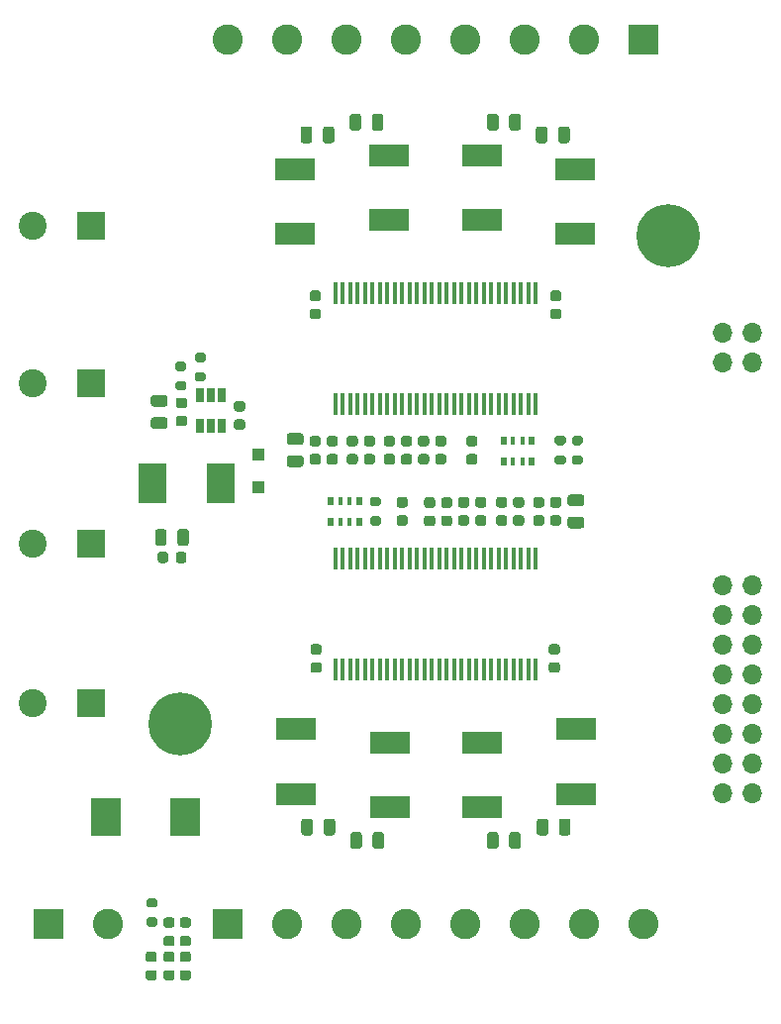
<source format=gbr>
%TF.GenerationSoftware,KiCad,Pcbnew,(5.1.9)-1*%
%TF.CreationDate,2021-06-18T12:17:45+07:00*%
%TF.ProjectId,TAS6424,54415336-3432-4342-9e6b-696361645f70,2*%
%TF.SameCoordinates,Original*%
%TF.FileFunction,Soldermask,Top*%
%TF.FilePolarity,Negative*%
%FSLAX46Y46*%
G04 Gerber Fmt 4.6, Leading zero omitted, Abs format (unit mm)*
G04 Created by KiCad (PCBNEW (5.1.9)-1) date 2021-06-18 12:17:45*
%MOMM*%
%LPD*%
G01*
G04 APERTURE LIST*
%ADD10O,1.700000X1.700000*%
%ADD11R,3.400001X1.850000*%
%ADD12R,2.400000X2.400000*%
%ADD13C,2.400000*%
%ADD14R,2.600000X2.600000*%
%ADD15C,2.600000*%
%ADD16R,0.500000X0.800000*%
%ADD17R,0.400000X0.800000*%
%ADD18R,0.400000X1.900000*%
%ADD19R,1.100000X1.100000*%
%ADD20R,2.413000X3.429000*%
%ADD21R,0.650000X1.220000*%
%ADD22R,2.500000X3.300000*%
%ADD23C,3.300000*%
%ADD24C,5.400000*%
G04 APERTURE END LIST*
D10*
%TO.C,D3*%
X126873000Y-83794600D03*
X129413000Y-83794600D03*
X126873000Y-86334600D03*
X129413000Y-86334600D03*
X126873000Y-105384600D03*
X129413000Y-105384600D03*
X126873000Y-107924600D03*
X129413000Y-107924600D03*
X126873000Y-110464600D03*
X129413000Y-110464600D03*
X126873000Y-113004600D03*
X129413000Y-113004600D03*
X126873000Y-115544600D03*
X129413000Y-115544600D03*
X126873000Y-118084600D03*
X129413000Y-118084600D03*
X126873000Y-120624600D03*
X129413000Y-120624600D03*
X126873000Y-123164600D03*
X129413000Y-123164600D03*
%TD*%
D11*
%TO.C,L13*%
X98361500Y-124377500D03*
X98361500Y-118827500D03*
%TD*%
%TO.C,L12*%
X106235500Y-124377500D03*
X106235500Y-118827500D03*
%TD*%
%TO.C,L11*%
X114300000Y-123234500D03*
X114300000Y-117684500D03*
%TD*%
D12*
%TO.C,C1*%
X72834500Y-115443000D03*
D13*
X67834500Y-115443000D03*
%TD*%
D12*
%TO.C,C2*%
X72834500Y-101854000D03*
D13*
X67834500Y-101854000D03*
%TD*%
D12*
%TO.C,C3*%
X72834500Y-88138000D03*
D13*
X67834500Y-88138000D03*
%TD*%
D12*
%TO.C,C4*%
X72834500Y-74676000D03*
D13*
X67834500Y-74676000D03*
%TD*%
%TO.C,C9*%
G36*
G01*
X102982500Y-95051000D02*
X102482500Y-95051000D01*
G75*
G02*
X102257500Y-94826000I0J225000D01*
G01*
X102257500Y-94376000D01*
G75*
G02*
X102482500Y-94151000I225000J0D01*
G01*
X102982500Y-94151000D01*
G75*
G02*
X103207500Y-94376000I0J-225000D01*
G01*
X103207500Y-94826000D01*
G75*
G02*
X102982500Y-95051000I-225000J0D01*
G01*
G37*
G36*
G01*
X102982500Y-93501000D02*
X102482500Y-93501000D01*
G75*
G02*
X102257500Y-93276000I0J225000D01*
G01*
X102257500Y-92826000D01*
G75*
G02*
X102482500Y-92601000I225000J0D01*
G01*
X102982500Y-92601000D01*
G75*
G02*
X103207500Y-92826000I0J-225000D01*
G01*
X103207500Y-93276000D01*
G75*
G02*
X102982500Y-93501000I-225000J0D01*
G01*
G37*
%TD*%
%TO.C,C12*%
G36*
G01*
X90761500Y-95276000D02*
X89811500Y-95276000D01*
G75*
G02*
X89561500Y-95026000I0J250000D01*
G01*
X89561500Y-94526000D01*
G75*
G02*
X89811500Y-94276000I250000J0D01*
G01*
X90761500Y-94276000D01*
G75*
G02*
X91011500Y-94526000I0J-250000D01*
G01*
X91011500Y-95026000D01*
G75*
G02*
X90761500Y-95276000I-250000J0D01*
G01*
G37*
G36*
G01*
X90761500Y-93376000D02*
X89811500Y-93376000D01*
G75*
G02*
X89561500Y-93126000I0J250000D01*
G01*
X89561500Y-92626000D01*
G75*
G02*
X89811500Y-92376000I250000J0D01*
G01*
X90761500Y-92376000D01*
G75*
G02*
X91011500Y-92626000I0J-250000D01*
G01*
X91011500Y-93126000D01*
G75*
G02*
X90761500Y-93376000I-250000J0D01*
G01*
G37*
%TD*%
%TO.C,C13*%
G36*
G01*
X91751000Y-92601000D02*
X92251000Y-92601000D01*
G75*
G02*
X92476000Y-92826000I0J-225000D01*
G01*
X92476000Y-93276000D01*
G75*
G02*
X92251000Y-93501000I-225000J0D01*
G01*
X91751000Y-93501000D01*
G75*
G02*
X91526000Y-93276000I0J225000D01*
G01*
X91526000Y-92826000D01*
G75*
G02*
X91751000Y-92601000I225000J0D01*
G01*
G37*
G36*
G01*
X91751000Y-94151000D02*
X92251000Y-94151000D01*
G75*
G02*
X92476000Y-94376000I0J-225000D01*
G01*
X92476000Y-94826000D01*
G75*
G02*
X92251000Y-95051000I-225000J0D01*
G01*
X91751000Y-95051000D01*
G75*
G02*
X91526000Y-94826000I0J225000D01*
G01*
X91526000Y-94376000D01*
G75*
G02*
X91751000Y-94151000I225000J0D01*
G01*
G37*
%TD*%
%TO.C,C14*%
G36*
G01*
X105649500Y-95051000D02*
X105149500Y-95051000D01*
G75*
G02*
X104924500Y-94826000I0J225000D01*
G01*
X104924500Y-94376000D01*
G75*
G02*
X105149500Y-94151000I225000J0D01*
G01*
X105649500Y-94151000D01*
G75*
G02*
X105874500Y-94376000I0J-225000D01*
G01*
X105874500Y-94826000D01*
G75*
G02*
X105649500Y-95051000I-225000J0D01*
G01*
G37*
G36*
G01*
X105649500Y-93501000D02*
X105149500Y-93501000D01*
G75*
G02*
X104924500Y-93276000I0J225000D01*
G01*
X104924500Y-92826000D01*
G75*
G02*
X105149500Y-92601000I225000J0D01*
G01*
X105649500Y-92601000D01*
G75*
G02*
X105874500Y-92826000I0J-225000D01*
G01*
X105874500Y-93276000D01*
G75*
G02*
X105649500Y-93501000I-225000J0D01*
G01*
G37*
%TD*%
%TO.C,C15*%
G36*
G01*
X93711500Y-95051000D02*
X93211500Y-95051000D01*
G75*
G02*
X92986500Y-94826000I0J225000D01*
G01*
X92986500Y-94376000D01*
G75*
G02*
X93211500Y-94151000I225000J0D01*
G01*
X93711500Y-94151000D01*
G75*
G02*
X93936500Y-94376000I0J-225000D01*
G01*
X93936500Y-94826000D01*
G75*
G02*
X93711500Y-95051000I-225000J0D01*
G01*
G37*
G36*
G01*
X93711500Y-93501000D02*
X93211500Y-93501000D01*
G75*
G02*
X92986500Y-93276000I0J225000D01*
G01*
X92986500Y-92826000D01*
G75*
G02*
X93211500Y-92601000I225000J0D01*
G01*
X93711500Y-92601000D01*
G75*
G02*
X93936500Y-92826000I0J-225000D01*
G01*
X93936500Y-93276000D01*
G75*
G02*
X93711500Y-93501000I-225000J0D01*
G01*
G37*
%TD*%
%TO.C,C16*%
G36*
G01*
X94926000Y-92601000D02*
X95426000Y-92601000D01*
G75*
G02*
X95651000Y-92826000I0J-225000D01*
G01*
X95651000Y-93276000D01*
G75*
G02*
X95426000Y-93501000I-225000J0D01*
G01*
X94926000Y-93501000D01*
G75*
G02*
X94701000Y-93276000I0J225000D01*
G01*
X94701000Y-92826000D01*
G75*
G02*
X94926000Y-92601000I225000J0D01*
G01*
G37*
G36*
G01*
X94926000Y-94151000D02*
X95426000Y-94151000D01*
G75*
G02*
X95651000Y-94376000I0J-225000D01*
G01*
X95651000Y-94826000D01*
G75*
G02*
X95426000Y-95051000I-225000J0D01*
G01*
X94926000Y-95051000D01*
G75*
G02*
X94701000Y-94826000I0J225000D01*
G01*
X94701000Y-94376000D01*
G75*
G02*
X94926000Y-94151000I225000J0D01*
G01*
G37*
%TD*%
%TO.C,C17*%
G36*
G01*
X96386500Y-92601000D02*
X96886500Y-92601000D01*
G75*
G02*
X97111500Y-92826000I0J-225000D01*
G01*
X97111500Y-93276000D01*
G75*
G02*
X96886500Y-93501000I-225000J0D01*
G01*
X96386500Y-93501000D01*
G75*
G02*
X96161500Y-93276000I0J225000D01*
G01*
X96161500Y-92826000D01*
G75*
G02*
X96386500Y-92601000I225000J0D01*
G01*
G37*
G36*
G01*
X96386500Y-94151000D02*
X96886500Y-94151000D01*
G75*
G02*
X97111500Y-94376000I0J-225000D01*
G01*
X97111500Y-94826000D01*
G75*
G02*
X96886500Y-95051000I-225000J0D01*
G01*
X96386500Y-95051000D01*
G75*
G02*
X96161500Y-94826000I0J225000D01*
G01*
X96161500Y-94376000D01*
G75*
G02*
X96386500Y-94151000I225000J0D01*
G01*
G37*
%TD*%
%TO.C,C18*%
G36*
G01*
X98101000Y-92601000D02*
X98601000Y-92601000D01*
G75*
G02*
X98826000Y-92826000I0J-225000D01*
G01*
X98826000Y-93276000D01*
G75*
G02*
X98601000Y-93501000I-225000J0D01*
G01*
X98101000Y-93501000D01*
G75*
G02*
X97876000Y-93276000I0J225000D01*
G01*
X97876000Y-92826000D01*
G75*
G02*
X98101000Y-92601000I225000J0D01*
G01*
G37*
G36*
G01*
X98101000Y-94151000D02*
X98601000Y-94151000D01*
G75*
G02*
X98826000Y-94376000I0J-225000D01*
G01*
X98826000Y-94826000D01*
G75*
G02*
X98601000Y-95051000I-225000J0D01*
G01*
X98101000Y-95051000D01*
G75*
G02*
X97876000Y-94826000I0J225000D01*
G01*
X97876000Y-94376000D01*
G75*
G02*
X98101000Y-94151000I225000J0D01*
G01*
G37*
%TD*%
%TO.C,C19*%
G36*
G01*
X99561500Y-92601000D02*
X100061500Y-92601000D01*
G75*
G02*
X100286500Y-92826000I0J-225000D01*
G01*
X100286500Y-93276000D01*
G75*
G02*
X100061500Y-93501000I-225000J0D01*
G01*
X99561500Y-93501000D01*
G75*
G02*
X99336500Y-93276000I0J225000D01*
G01*
X99336500Y-92826000D01*
G75*
G02*
X99561500Y-92601000I225000J0D01*
G01*
G37*
G36*
G01*
X99561500Y-94151000D02*
X100061500Y-94151000D01*
G75*
G02*
X100286500Y-94376000I0J-225000D01*
G01*
X100286500Y-94826000D01*
G75*
G02*
X100061500Y-95051000I-225000J0D01*
G01*
X99561500Y-95051000D01*
G75*
G02*
X99336500Y-94826000I0J225000D01*
G01*
X99336500Y-94376000D01*
G75*
G02*
X99561500Y-94151000I225000J0D01*
G01*
G37*
%TD*%
%TO.C,C20*%
G36*
G01*
X101022000Y-92601000D02*
X101522000Y-92601000D01*
G75*
G02*
X101747000Y-92826000I0J-225000D01*
G01*
X101747000Y-93276000D01*
G75*
G02*
X101522000Y-93501000I-225000J0D01*
G01*
X101022000Y-93501000D01*
G75*
G02*
X100797000Y-93276000I0J225000D01*
G01*
X100797000Y-92826000D01*
G75*
G02*
X101022000Y-92601000I225000J0D01*
G01*
G37*
G36*
G01*
X101022000Y-94151000D02*
X101522000Y-94151000D01*
G75*
G02*
X101747000Y-94376000I0J-225000D01*
G01*
X101747000Y-94826000D01*
G75*
G02*
X101522000Y-95051000I-225000J0D01*
G01*
X101022000Y-95051000D01*
G75*
G02*
X100797000Y-94826000I0J225000D01*
G01*
X100797000Y-94376000D01*
G75*
G02*
X101022000Y-94151000I225000J0D01*
G01*
G37*
%TD*%
%TO.C,C32*%
G36*
G01*
X91761500Y-80182000D02*
X92261500Y-80182000D01*
G75*
G02*
X92486500Y-80407000I0J-225000D01*
G01*
X92486500Y-80857000D01*
G75*
G02*
X92261500Y-81082000I-225000J0D01*
G01*
X91761500Y-81082000D01*
G75*
G02*
X91536500Y-80857000I0J225000D01*
G01*
X91536500Y-80407000D01*
G75*
G02*
X91761500Y-80182000I225000J0D01*
G01*
G37*
G36*
G01*
X91761500Y-81732000D02*
X92261500Y-81732000D01*
G75*
G02*
X92486500Y-81957000I0J-225000D01*
G01*
X92486500Y-82407000D01*
G75*
G02*
X92261500Y-82632000I-225000J0D01*
G01*
X91761500Y-82632000D01*
G75*
G02*
X91536500Y-82407000I0J225000D01*
G01*
X91536500Y-81957000D01*
G75*
G02*
X91761500Y-81732000I225000J0D01*
G01*
G37*
%TD*%
%TO.C,C34*%
G36*
G01*
X112335500Y-80182000D02*
X112835500Y-80182000D01*
G75*
G02*
X113060500Y-80407000I0J-225000D01*
G01*
X113060500Y-80857000D01*
G75*
G02*
X112835500Y-81082000I-225000J0D01*
G01*
X112335500Y-81082000D01*
G75*
G02*
X112110500Y-80857000I0J225000D01*
G01*
X112110500Y-80407000D01*
G75*
G02*
X112335500Y-80182000I225000J0D01*
G01*
G37*
G36*
G01*
X112335500Y-81732000D02*
X112835500Y-81732000D01*
G75*
G02*
X113060500Y-81957000I0J-225000D01*
G01*
X113060500Y-82407000D01*
G75*
G02*
X112835500Y-82632000I-225000J0D01*
G01*
X112335500Y-82632000D01*
G75*
G02*
X112110500Y-82407000I0J225000D01*
G01*
X112110500Y-81957000D01*
G75*
G02*
X112335500Y-81732000I225000J0D01*
G01*
G37*
%TD*%
%TO.C,C41*%
G36*
G01*
X90752000Y-67340500D02*
X90752000Y-66390500D01*
G75*
G02*
X91002000Y-66140500I250000J0D01*
G01*
X91502000Y-66140500D01*
G75*
G02*
X91752000Y-66390500I0J-250000D01*
G01*
X91752000Y-67340500D01*
G75*
G02*
X91502000Y-67590500I-250000J0D01*
G01*
X91002000Y-67590500D01*
G75*
G02*
X90752000Y-67340500I0J250000D01*
G01*
G37*
G36*
G01*
X92652000Y-67340500D02*
X92652000Y-66390500D01*
G75*
G02*
X92902000Y-66140500I250000J0D01*
G01*
X93402000Y-66140500D01*
G75*
G02*
X93652000Y-66390500I0J-250000D01*
G01*
X93652000Y-67340500D01*
G75*
G02*
X93402000Y-67590500I-250000J0D01*
G01*
X92902000Y-67590500D01*
G75*
G02*
X92652000Y-67340500I0J250000D01*
G01*
G37*
%TD*%
%TO.C,C42*%
G36*
G01*
X94943000Y-66261000D02*
X94943000Y-65311000D01*
G75*
G02*
X95193000Y-65061000I250000J0D01*
G01*
X95693000Y-65061000D01*
G75*
G02*
X95943000Y-65311000I0J-250000D01*
G01*
X95943000Y-66261000D01*
G75*
G02*
X95693000Y-66511000I-250000J0D01*
G01*
X95193000Y-66511000D01*
G75*
G02*
X94943000Y-66261000I0J250000D01*
G01*
G37*
G36*
G01*
X96843000Y-66261000D02*
X96843000Y-65311000D01*
G75*
G02*
X97093000Y-65061000I250000J0D01*
G01*
X97593000Y-65061000D01*
G75*
G02*
X97843000Y-65311000I0J-250000D01*
G01*
X97843000Y-66261000D01*
G75*
G02*
X97593000Y-66511000I-250000J0D01*
G01*
X97093000Y-66511000D01*
G75*
G02*
X96843000Y-66261000I0J250000D01*
G01*
G37*
%TD*%
%TO.C,C43*%
G36*
G01*
X106690500Y-66261000D02*
X106690500Y-65311000D01*
G75*
G02*
X106940500Y-65061000I250000J0D01*
G01*
X107440500Y-65061000D01*
G75*
G02*
X107690500Y-65311000I0J-250000D01*
G01*
X107690500Y-66261000D01*
G75*
G02*
X107440500Y-66511000I-250000J0D01*
G01*
X106940500Y-66511000D01*
G75*
G02*
X106690500Y-66261000I0J250000D01*
G01*
G37*
G36*
G01*
X108590500Y-66261000D02*
X108590500Y-65311000D01*
G75*
G02*
X108840500Y-65061000I250000J0D01*
G01*
X109340500Y-65061000D01*
G75*
G02*
X109590500Y-65311000I0J-250000D01*
G01*
X109590500Y-66261000D01*
G75*
G02*
X109340500Y-66511000I-250000J0D01*
G01*
X108840500Y-66511000D01*
G75*
G02*
X108590500Y-66261000I0J250000D01*
G01*
G37*
%TD*%
%TO.C,C44*%
G36*
G01*
X110881500Y-67340500D02*
X110881500Y-66390500D01*
G75*
G02*
X111131500Y-66140500I250000J0D01*
G01*
X111631500Y-66140500D01*
G75*
G02*
X111881500Y-66390500I0J-250000D01*
G01*
X111881500Y-67340500D01*
G75*
G02*
X111631500Y-67590500I-250000J0D01*
G01*
X111131500Y-67590500D01*
G75*
G02*
X110881500Y-67340500I0J250000D01*
G01*
G37*
G36*
G01*
X112781500Y-67340500D02*
X112781500Y-66390500D01*
G75*
G02*
X113031500Y-66140500I250000J0D01*
G01*
X113531500Y-66140500D01*
G75*
G02*
X113781500Y-66390500I0J-250000D01*
G01*
X113781500Y-67340500D01*
G75*
G02*
X113531500Y-67590500I-250000J0D01*
G01*
X113031500Y-67590500D01*
G75*
G02*
X112781500Y-67340500I0J250000D01*
G01*
G37*
%TD*%
%TO.C,C55*%
G36*
G01*
X101540500Y-97860400D02*
X102040500Y-97860400D01*
G75*
G02*
X102265500Y-98085400I0J-225000D01*
G01*
X102265500Y-98535400D01*
G75*
G02*
X102040500Y-98760400I-225000J0D01*
G01*
X101540500Y-98760400D01*
G75*
G02*
X101315500Y-98535400I0J225000D01*
G01*
X101315500Y-98085400D01*
G75*
G02*
X101540500Y-97860400I225000J0D01*
G01*
G37*
G36*
G01*
X101540500Y-99410400D02*
X102040500Y-99410400D01*
G75*
G02*
X102265500Y-99635400I0J-225000D01*
G01*
X102265500Y-100085400D01*
G75*
G02*
X102040500Y-100310400I-225000J0D01*
G01*
X101540500Y-100310400D01*
G75*
G02*
X101315500Y-100085400I0J225000D01*
G01*
X101315500Y-99635400D01*
G75*
G02*
X101540500Y-99410400I225000J0D01*
G01*
G37*
%TD*%
%TO.C,C56*%
G36*
G01*
X113825000Y-97610000D02*
X114775000Y-97610000D01*
G75*
G02*
X115025000Y-97860000I0J-250000D01*
G01*
X115025000Y-98360000D01*
G75*
G02*
X114775000Y-98610000I-250000J0D01*
G01*
X113825000Y-98610000D01*
G75*
G02*
X113575000Y-98360000I0J250000D01*
G01*
X113575000Y-97860000D01*
G75*
G02*
X113825000Y-97610000I250000J0D01*
G01*
G37*
G36*
G01*
X113825000Y-99510000D02*
X114775000Y-99510000D01*
G75*
G02*
X115025000Y-99760000I0J-250000D01*
G01*
X115025000Y-100260000D01*
G75*
G02*
X114775000Y-100510000I-250000J0D01*
G01*
X113825000Y-100510000D01*
G75*
G02*
X113575000Y-100260000I0J250000D01*
G01*
X113575000Y-99760000D01*
G75*
G02*
X113825000Y-99510000I250000J0D01*
G01*
G37*
%TD*%
%TO.C,C57*%
G36*
G01*
X111364500Y-100285000D02*
X110864500Y-100285000D01*
G75*
G02*
X110639500Y-100060000I0J225000D01*
G01*
X110639500Y-99610000D01*
G75*
G02*
X110864500Y-99385000I225000J0D01*
G01*
X111364500Y-99385000D01*
G75*
G02*
X111589500Y-99610000I0J-225000D01*
G01*
X111589500Y-100060000D01*
G75*
G02*
X111364500Y-100285000I-225000J0D01*
G01*
G37*
G36*
G01*
X111364500Y-98735000D02*
X110864500Y-98735000D01*
G75*
G02*
X110639500Y-98510000I0J225000D01*
G01*
X110639500Y-98060000D01*
G75*
G02*
X110864500Y-97835000I225000J0D01*
G01*
X111364500Y-97835000D01*
G75*
G02*
X111589500Y-98060000I0J-225000D01*
G01*
X111589500Y-98510000D01*
G75*
G02*
X111364500Y-98735000I-225000J0D01*
G01*
G37*
%TD*%
%TO.C,C58*%
G36*
G01*
X99191000Y-97835000D02*
X99691000Y-97835000D01*
G75*
G02*
X99916000Y-98060000I0J-225000D01*
G01*
X99916000Y-98510000D01*
G75*
G02*
X99691000Y-98735000I-225000J0D01*
G01*
X99191000Y-98735000D01*
G75*
G02*
X98966000Y-98510000I0J225000D01*
G01*
X98966000Y-98060000D01*
G75*
G02*
X99191000Y-97835000I225000J0D01*
G01*
G37*
G36*
G01*
X99191000Y-99385000D02*
X99691000Y-99385000D01*
G75*
G02*
X99916000Y-99610000I0J-225000D01*
G01*
X99916000Y-100060000D01*
G75*
G02*
X99691000Y-100285000I-225000J0D01*
G01*
X99191000Y-100285000D01*
G75*
G02*
X98966000Y-100060000I0J225000D01*
G01*
X98966000Y-99610000D01*
G75*
G02*
X99191000Y-99385000I225000J0D01*
G01*
G37*
%TD*%
%TO.C,C59*%
G36*
G01*
X112325000Y-97835000D02*
X112825000Y-97835000D01*
G75*
G02*
X113050000Y-98060000I0J-225000D01*
G01*
X113050000Y-98510000D01*
G75*
G02*
X112825000Y-98735000I-225000J0D01*
G01*
X112325000Y-98735000D01*
G75*
G02*
X112100000Y-98510000I0J225000D01*
G01*
X112100000Y-98060000D01*
G75*
G02*
X112325000Y-97835000I225000J0D01*
G01*
G37*
G36*
G01*
X112325000Y-99385000D02*
X112825000Y-99385000D01*
G75*
G02*
X113050000Y-99610000I0J-225000D01*
G01*
X113050000Y-100060000D01*
G75*
G02*
X112825000Y-100285000I-225000J0D01*
G01*
X112325000Y-100285000D01*
G75*
G02*
X112100000Y-100060000I0J225000D01*
G01*
X112100000Y-99610000D01*
G75*
G02*
X112325000Y-99385000I225000J0D01*
G01*
G37*
%TD*%
%TO.C,C60*%
G36*
G01*
X109650000Y-100285000D02*
X109150000Y-100285000D01*
G75*
G02*
X108925000Y-100060000I0J225000D01*
G01*
X108925000Y-99610000D01*
G75*
G02*
X109150000Y-99385000I225000J0D01*
G01*
X109650000Y-99385000D01*
G75*
G02*
X109875000Y-99610000I0J-225000D01*
G01*
X109875000Y-100060000D01*
G75*
G02*
X109650000Y-100285000I-225000J0D01*
G01*
G37*
G36*
G01*
X109650000Y-98735000D02*
X109150000Y-98735000D01*
G75*
G02*
X108925000Y-98510000I0J225000D01*
G01*
X108925000Y-98060000D01*
G75*
G02*
X109150000Y-97835000I225000J0D01*
G01*
X109650000Y-97835000D01*
G75*
G02*
X109875000Y-98060000I0J-225000D01*
G01*
X109875000Y-98510000D01*
G75*
G02*
X109650000Y-98735000I-225000J0D01*
G01*
G37*
%TD*%
%TO.C,C61*%
G36*
G01*
X108200000Y-100285000D02*
X107700000Y-100285000D01*
G75*
G02*
X107475000Y-100060000I0J225000D01*
G01*
X107475000Y-99610000D01*
G75*
G02*
X107700000Y-99385000I225000J0D01*
G01*
X108200000Y-99385000D01*
G75*
G02*
X108425000Y-99610000I0J-225000D01*
G01*
X108425000Y-100060000D01*
G75*
G02*
X108200000Y-100285000I-225000J0D01*
G01*
G37*
G36*
G01*
X108200000Y-98735000D02*
X107700000Y-98735000D01*
G75*
G02*
X107475000Y-98510000I0J225000D01*
G01*
X107475000Y-98060000D01*
G75*
G02*
X107700000Y-97835000I225000J0D01*
G01*
X108200000Y-97835000D01*
G75*
G02*
X108425000Y-98060000I0J-225000D01*
G01*
X108425000Y-98510000D01*
G75*
G02*
X108200000Y-98735000I-225000J0D01*
G01*
G37*
%TD*%
%TO.C,C62*%
G36*
G01*
X106422000Y-100285000D02*
X105922000Y-100285000D01*
G75*
G02*
X105697000Y-100060000I0J225000D01*
G01*
X105697000Y-99610000D01*
G75*
G02*
X105922000Y-99385000I225000J0D01*
G01*
X106422000Y-99385000D01*
G75*
G02*
X106647000Y-99610000I0J-225000D01*
G01*
X106647000Y-100060000D01*
G75*
G02*
X106422000Y-100285000I-225000J0D01*
G01*
G37*
G36*
G01*
X106422000Y-98735000D02*
X105922000Y-98735000D01*
G75*
G02*
X105697000Y-98510000I0J225000D01*
G01*
X105697000Y-98060000D01*
G75*
G02*
X105922000Y-97835000I225000J0D01*
G01*
X106422000Y-97835000D01*
G75*
G02*
X106647000Y-98060000I0J-225000D01*
G01*
X106647000Y-98510000D01*
G75*
G02*
X106422000Y-98735000I-225000J0D01*
G01*
G37*
%TD*%
%TO.C,C63*%
G36*
G01*
X104951000Y-100285000D02*
X104451000Y-100285000D01*
G75*
G02*
X104226000Y-100060000I0J225000D01*
G01*
X104226000Y-99610000D01*
G75*
G02*
X104451000Y-99385000I225000J0D01*
G01*
X104951000Y-99385000D01*
G75*
G02*
X105176000Y-99610000I0J-225000D01*
G01*
X105176000Y-100060000D01*
G75*
G02*
X104951000Y-100285000I-225000J0D01*
G01*
G37*
G36*
G01*
X104951000Y-98735000D02*
X104451000Y-98735000D01*
G75*
G02*
X104226000Y-98510000I0J225000D01*
G01*
X104226000Y-98060000D01*
G75*
G02*
X104451000Y-97835000I225000J0D01*
G01*
X104951000Y-97835000D01*
G75*
G02*
X105176000Y-98060000I0J-225000D01*
G01*
X105176000Y-98510000D01*
G75*
G02*
X104951000Y-98735000I-225000J0D01*
G01*
G37*
%TD*%
%TO.C,C64*%
G36*
G01*
X103490500Y-100310400D02*
X102990500Y-100310400D01*
G75*
G02*
X102765500Y-100085400I0J225000D01*
G01*
X102765500Y-99635400D01*
G75*
G02*
X102990500Y-99410400I225000J0D01*
G01*
X103490500Y-99410400D01*
G75*
G02*
X103715500Y-99635400I0J-225000D01*
G01*
X103715500Y-100085400D01*
G75*
G02*
X103490500Y-100310400I-225000J0D01*
G01*
G37*
G36*
G01*
X103490500Y-98760400D02*
X102990500Y-98760400D01*
G75*
G02*
X102765500Y-98535400I0J225000D01*
G01*
X102765500Y-98085400D01*
G75*
G02*
X102990500Y-97860400I225000J0D01*
G01*
X103490500Y-97860400D01*
G75*
G02*
X103715500Y-98085400I0J-225000D01*
G01*
X103715500Y-98535400D01*
G75*
G02*
X103490500Y-98760400I-225000J0D01*
G01*
G37*
%TD*%
%TO.C,C73*%
G36*
G01*
X112708500Y-112858000D02*
X112208500Y-112858000D01*
G75*
G02*
X111983500Y-112633000I0J225000D01*
G01*
X111983500Y-112183000D01*
G75*
G02*
X112208500Y-111958000I225000J0D01*
G01*
X112708500Y-111958000D01*
G75*
G02*
X112933500Y-112183000I0J-225000D01*
G01*
X112933500Y-112633000D01*
G75*
G02*
X112708500Y-112858000I-225000J0D01*
G01*
G37*
G36*
G01*
X112708500Y-111308000D02*
X112208500Y-111308000D01*
G75*
G02*
X111983500Y-111083000I0J225000D01*
G01*
X111983500Y-110633000D01*
G75*
G02*
X112208500Y-110408000I225000J0D01*
G01*
X112708500Y-110408000D01*
G75*
G02*
X112933500Y-110633000I0J-225000D01*
G01*
X112933500Y-111083000D01*
G75*
G02*
X112708500Y-111308000I-225000J0D01*
G01*
G37*
%TD*%
%TO.C,C75*%
G36*
G01*
X92325000Y-112858000D02*
X91825000Y-112858000D01*
G75*
G02*
X91600000Y-112633000I0J225000D01*
G01*
X91600000Y-112183000D01*
G75*
G02*
X91825000Y-111958000I225000J0D01*
G01*
X92325000Y-111958000D01*
G75*
G02*
X92550000Y-112183000I0J-225000D01*
G01*
X92550000Y-112633000D01*
G75*
G02*
X92325000Y-112858000I-225000J0D01*
G01*
G37*
G36*
G01*
X92325000Y-111308000D02*
X91825000Y-111308000D01*
G75*
G02*
X91600000Y-111083000I0J225000D01*
G01*
X91600000Y-110633000D01*
G75*
G02*
X91825000Y-110408000I225000J0D01*
G01*
X92325000Y-110408000D01*
G75*
G02*
X92550000Y-110633000I0J-225000D01*
G01*
X92550000Y-111083000D01*
G75*
G02*
X92325000Y-111308000I-225000J0D01*
G01*
G37*
%TD*%
%TO.C,C81*%
G36*
G01*
X113845000Y-125572500D02*
X113845000Y-126522500D01*
G75*
G02*
X113595000Y-126772500I-250000J0D01*
G01*
X113095000Y-126772500D01*
G75*
G02*
X112845000Y-126522500I0J250000D01*
G01*
X112845000Y-125572500D01*
G75*
G02*
X113095000Y-125322500I250000J0D01*
G01*
X113595000Y-125322500D01*
G75*
G02*
X113845000Y-125572500I0J-250000D01*
G01*
G37*
G36*
G01*
X111945000Y-125572500D02*
X111945000Y-126522500D01*
G75*
G02*
X111695000Y-126772500I-250000J0D01*
G01*
X111195000Y-126772500D01*
G75*
G02*
X110945000Y-126522500I0J250000D01*
G01*
X110945000Y-125572500D01*
G75*
G02*
X111195000Y-125322500I250000J0D01*
G01*
X111695000Y-125322500D01*
G75*
G02*
X111945000Y-125572500I0J-250000D01*
G01*
G37*
%TD*%
%TO.C,C82*%
G36*
G01*
X109590500Y-126715500D02*
X109590500Y-127665500D01*
G75*
G02*
X109340500Y-127915500I-250000J0D01*
G01*
X108840500Y-127915500D01*
G75*
G02*
X108590500Y-127665500I0J250000D01*
G01*
X108590500Y-126715500D01*
G75*
G02*
X108840500Y-126465500I250000J0D01*
G01*
X109340500Y-126465500D01*
G75*
G02*
X109590500Y-126715500I0J-250000D01*
G01*
G37*
G36*
G01*
X107690500Y-126715500D02*
X107690500Y-127665500D01*
G75*
G02*
X107440500Y-127915500I-250000J0D01*
G01*
X106940500Y-127915500D01*
G75*
G02*
X106690500Y-127665500I0J250000D01*
G01*
X106690500Y-126715500D01*
G75*
G02*
X106940500Y-126465500I250000J0D01*
G01*
X107440500Y-126465500D01*
G75*
G02*
X107690500Y-126715500I0J-250000D01*
G01*
G37*
%TD*%
%TO.C,C83*%
G36*
G01*
X97906500Y-126715500D02*
X97906500Y-127665500D01*
G75*
G02*
X97656500Y-127915500I-250000J0D01*
G01*
X97156500Y-127915500D01*
G75*
G02*
X96906500Y-127665500I0J250000D01*
G01*
X96906500Y-126715500D01*
G75*
G02*
X97156500Y-126465500I250000J0D01*
G01*
X97656500Y-126465500D01*
G75*
G02*
X97906500Y-126715500I0J-250000D01*
G01*
G37*
G36*
G01*
X96006500Y-126715500D02*
X96006500Y-127665500D01*
G75*
G02*
X95756500Y-127915500I-250000J0D01*
G01*
X95256500Y-127915500D01*
G75*
G02*
X95006500Y-127665500I0J250000D01*
G01*
X95006500Y-126715500D01*
G75*
G02*
X95256500Y-126465500I250000J0D01*
G01*
X95756500Y-126465500D01*
G75*
G02*
X96006500Y-126715500I0J-250000D01*
G01*
G37*
%TD*%
%TO.C,C84*%
G36*
G01*
X93715500Y-125572500D02*
X93715500Y-126522500D01*
G75*
G02*
X93465500Y-126772500I-250000J0D01*
G01*
X92965500Y-126772500D01*
G75*
G02*
X92715500Y-126522500I0J250000D01*
G01*
X92715500Y-125572500D01*
G75*
G02*
X92965500Y-125322500I250000J0D01*
G01*
X93465500Y-125322500D01*
G75*
G02*
X93715500Y-125572500I0J-250000D01*
G01*
G37*
G36*
G01*
X91815500Y-125572500D02*
X91815500Y-126522500D01*
G75*
G02*
X91565500Y-126772500I-250000J0D01*
G01*
X91065500Y-126772500D01*
G75*
G02*
X90815500Y-126522500I0J250000D01*
G01*
X90815500Y-125572500D01*
G75*
G02*
X91065500Y-125322500I250000J0D01*
G01*
X91565500Y-125322500D01*
G75*
G02*
X91815500Y-125572500I0J-250000D01*
G01*
G37*
%TD*%
%TO.C,D1*%
G36*
G01*
X79245750Y-136697000D02*
X79758250Y-136697000D01*
G75*
G02*
X79977000Y-136915750I0J-218750D01*
G01*
X79977000Y-137353250D01*
G75*
G02*
X79758250Y-137572000I-218750J0D01*
G01*
X79245750Y-137572000D01*
G75*
G02*
X79027000Y-137353250I0J218750D01*
G01*
X79027000Y-136915750D01*
G75*
G02*
X79245750Y-136697000I218750J0D01*
G01*
G37*
G36*
G01*
X79245750Y-138272000D02*
X79758250Y-138272000D01*
G75*
G02*
X79977000Y-138490750I0J-218750D01*
G01*
X79977000Y-138928250D01*
G75*
G02*
X79758250Y-139147000I-218750J0D01*
G01*
X79245750Y-139147000D01*
G75*
G02*
X79027000Y-138928250I0J218750D01*
G01*
X79027000Y-138490750D01*
G75*
G02*
X79245750Y-138272000I218750J0D01*
G01*
G37*
%TD*%
%TO.C,D2*%
G36*
G01*
X79245750Y-133776000D02*
X79758250Y-133776000D01*
G75*
G02*
X79977000Y-133994750I0J-218750D01*
G01*
X79977000Y-134432250D01*
G75*
G02*
X79758250Y-134651000I-218750J0D01*
G01*
X79245750Y-134651000D01*
G75*
G02*
X79027000Y-134432250I0J218750D01*
G01*
X79027000Y-133994750D01*
G75*
G02*
X79245750Y-133776000I218750J0D01*
G01*
G37*
G36*
G01*
X79245750Y-135351000D02*
X79758250Y-135351000D01*
G75*
G02*
X79977000Y-135569750I0J-218750D01*
G01*
X79977000Y-136007250D01*
G75*
G02*
X79758250Y-136226000I-218750J0D01*
G01*
X79245750Y-136226000D01*
G75*
G02*
X79027000Y-136007250I0J218750D01*
G01*
X79027000Y-135569750D01*
G75*
G02*
X79245750Y-135351000I218750J0D01*
G01*
G37*
%TD*%
%TO.C,D4*%
G36*
G01*
X80642750Y-136697000D02*
X81155250Y-136697000D01*
G75*
G02*
X81374000Y-136915750I0J-218750D01*
G01*
X81374000Y-137353250D01*
G75*
G02*
X81155250Y-137572000I-218750J0D01*
G01*
X80642750Y-137572000D01*
G75*
G02*
X80424000Y-137353250I0J218750D01*
G01*
X80424000Y-136915750D01*
G75*
G02*
X80642750Y-136697000I218750J0D01*
G01*
G37*
G36*
G01*
X80642750Y-138272000D02*
X81155250Y-138272000D01*
G75*
G02*
X81374000Y-138490750I0J-218750D01*
G01*
X81374000Y-138928250D01*
G75*
G02*
X81155250Y-139147000I-218750J0D01*
G01*
X80642750Y-139147000D01*
G75*
G02*
X80424000Y-138928250I0J218750D01*
G01*
X80424000Y-138490750D01*
G75*
G02*
X80642750Y-138272000I218750J0D01*
G01*
G37*
%TD*%
%TO.C,D5*%
G36*
G01*
X80642750Y-133776000D02*
X81155250Y-133776000D01*
G75*
G02*
X81374000Y-133994750I0J-218750D01*
G01*
X81374000Y-134432250D01*
G75*
G02*
X81155250Y-134651000I-218750J0D01*
G01*
X80642750Y-134651000D01*
G75*
G02*
X80424000Y-134432250I0J218750D01*
G01*
X80424000Y-133994750D01*
G75*
G02*
X80642750Y-133776000I218750J0D01*
G01*
G37*
G36*
G01*
X80642750Y-135351000D02*
X81155250Y-135351000D01*
G75*
G02*
X81374000Y-135569750I0J-218750D01*
G01*
X81374000Y-136007250D01*
G75*
G02*
X81155250Y-136226000I-218750J0D01*
G01*
X80642750Y-136226000D01*
G75*
G02*
X80424000Y-136007250I0J218750D01*
G01*
X80424000Y-135569750D01*
G75*
G02*
X80642750Y-135351000I218750J0D01*
G01*
G37*
%TD*%
D14*
%TO.C,J3*%
X120100000Y-58700000D03*
D15*
X115020000Y-58700000D03*
X109940000Y-58700000D03*
X104860000Y-58700000D03*
X99780000Y-58700000D03*
X94700000Y-58700000D03*
X89620000Y-58700000D03*
X84540000Y-58700000D03*
%TD*%
D14*
%TO.C,J4*%
X84500000Y-134300000D03*
D15*
X89580000Y-134300000D03*
X94660000Y-134300000D03*
X99740000Y-134300000D03*
X104820000Y-134300000D03*
X109900000Y-134300000D03*
X114980000Y-134300000D03*
X120060000Y-134300000D03*
%TD*%
%TO.C,R4*%
G36*
G01*
X113231000Y-95051000D02*
X112681000Y-95051000D01*
G75*
G02*
X112481000Y-94851000I0J200000D01*
G01*
X112481000Y-94451000D01*
G75*
G02*
X112681000Y-94251000I200000J0D01*
G01*
X113231000Y-94251000D01*
G75*
G02*
X113431000Y-94451000I0J-200000D01*
G01*
X113431000Y-94851000D01*
G75*
G02*
X113231000Y-95051000I-200000J0D01*
G01*
G37*
G36*
G01*
X113231000Y-93401000D02*
X112681000Y-93401000D01*
G75*
G02*
X112481000Y-93201000I0J200000D01*
G01*
X112481000Y-92801000D01*
G75*
G02*
X112681000Y-92601000I200000J0D01*
G01*
X113231000Y-92601000D01*
G75*
G02*
X113431000Y-92801000I0J-200000D01*
G01*
X113431000Y-93201000D01*
G75*
G02*
X113231000Y-93401000I-200000J0D01*
G01*
G37*
%TD*%
%TO.C,R5*%
G36*
G01*
X114691500Y-95051000D02*
X114141500Y-95051000D01*
G75*
G02*
X113941500Y-94851000I0J200000D01*
G01*
X113941500Y-94451000D01*
G75*
G02*
X114141500Y-94251000I200000J0D01*
G01*
X114691500Y-94251000D01*
G75*
G02*
X114891500Y-94451000I0J-200000D01*
G01*
X114891500Y-94851000D01*
G75*
G02*
X114691500Y-95051000I-200000J0D01*
G01*
G37*
G36*
G01*
X114691500Y-93401000D02*
X114141500Y-93401000D01*
G75*
G02*
X113941500Y-93201000I0J200000D01*
G01*
X113941500Y-92801000D01*
G75*
G02*
X114141500Y-92601000I200000J0D01*
G01*
X114691500Y-92601000D01*
G75*
G02*
X114891500Y-92801000I0J-200000D01*
G01*
X114891500Y-93201000D01*
G75*
G02*
X114691500Y-93401000I-200000J0D01*
G01*
G37*
%TD*%
D16*
%TO.C,RN1*%
X108136500Y-94789500D03*
D17*
X109736500Y-94789500D03*
X108936500Y-94789500D03*
D16*
X110536500Y-94789500D03*
D17*
X108936500Y-92989500D03*
D16*
X108136500Y-92989500D03*
D17*
X109736500Y-92989500D03*
D16*
X110536500Y-92989500D03*
%TD*%
%TO.C,RN2*%
X95751500Y-98160000D03*
D17*
X94151500Y-98160000D03*
X94951500Y-98160000D03*
D16*
X93351500Y-98160000D03*
D17*
X94951500Y-99960000D03*
D16*
X95751500Y-99960000D03*
D17*
X94151500Y-99960000D03*
D16*
X93351500Y-99960000D03*
%TD*%
D18*
%TO.C,U1*%
X110860500Y-89876500D03*
X110860500Y-80376500D03*
X110225500Y-89876500D03*
X110225500Y-80376500D03*
X109590500Y-89876500D03*
X109590500Y-80376500D03*
X108955500Y-89876500D03*
X108955500Y-80376500D03*
X108320500Y-89876500D03*
X108320500Y-80376500D03*
X107685500Y-89876500D03*
X107685500Y-80376500D03*
X107050500Y-89876500D03*
X107050500Y-80376500D03*
X106415500Y-89876500D03*
X106415500Y-80376500D03*
X105780500Y-89876500D03*
X105780500Y-80376500D03*
X105145500Y-89876500D03*
X105145500Y-80376500D03*
X104510500Y-89876500D03*
X104510500Y-80376500D03*
X103875500Y-89876500D03*
X103875500Y-80376500D03*
X103240500Y-89876500D03*
X103240500Y-80376500D03*
X102605500Y-89876500D03*
X102605500Y-80376500D03*
X101970500Y-89876500D03*
X101970500Y-80376500D03*
X101335500Y-89876500D03*
X101335500Y-80376500D03*
X100700500Y-89876500D03*
X100700500Y-80376500D03*
X100065500Y-89876500D03*
X100065500Y-80376500D03*
X99430500Y-89876500D03*
X99430500Y-80376500D03*
X98795500Y-89876500D03*
X98795500Y-80376500D03*
X98160500Y-89876500D03*
X98160500Y-80376500D03*
X97525500Y-89876500D03*
X97525500Y-80376500D03*
X96890500Y-89876500D03*
X96890500Y-80376500D03*
X96255500Y-89876500D03*
X96255500Y-80376500D03*
X95620500Y-89876500D03*
X95620500Y-80376500D03*
X94985500Y-89876500D03*
X94985500Y-80376500D03*
X94350500Y-89876500D03*
X94350500Y-80376500D03*
X93715500Y-89876500D03*
X93715500Y-80376500D03*
%TD*%
%TO.C,U3*%
X93715500Y-103100000D03*
X93715500Y-112600000D03*
X94350500Y-103100000D03*
X94350500Y-112600000D03*
X94985500Y-103100000D03*
X94985500Y-112600000D03*
X95620500Y-103100000D03*
X95620500Y-112600000D03*
X96255500Y-103100000D03*
X96255500Y-112600000D03*
X96890500Y-103100000D03*
X96890500Y-112600000D03*
X97525500Y-103100000D03*
X97525500Y-112600000D03*
X98160500Y-103100000D03*
X98160500Y-112600000D03*
X98795500Y-103100000D03*
X98795500Y-112600000D03*
X99430500Y-103100000D03*
X99430500Y-112600000D03*
X100065500Y-103100000D03*
X100065500Y-112600000D03*
X100700500Y-103100000D03*
X100700500Y-112600000D03*
X101335500Y-103100000D03*
X101335500Y-112600000D03*
X101970500Y-103100000D03*
X101970500Y-112600000D03*
X102605500Y-103100000D03*
X102605500Y-112600000D03*
X103240500Y-103100000D03*
X103240500Y-112600000D03*
X103875500Y-103100000D03*
X103875500Y-112600000D03*
X104510500Y-103100000D03*
X104510500Y-112600000D03*
X105145500Y-103100000D03*
X105145500Y-112600000D03*
X105780500Y-103100000D03*
X105780500Y-112600000D03*
X106415500Y-103100000D03*
X106415500Y-112600000D03*
X107050500Y-103100000D03*
X107050500Y-112600000D03*
X107685500Y-103100000D03*
X107685500Y-112600000D03*
X108320500Y-103100000D03*
X108320500Y-112600000D03*
X108955500Y-103100000D03*
X108955500Y-112600000D03*
X109590500Y-103100000D03*
X109590500Y-112600000D03*
X110225500Y-103100000D03*
X110225500Y-112600000D03*
X110860500Y-103100000D03*
X110860500Y-112600000D03*
%TD*%
%TO.C,C6*%
G36*
G01*
X79142000Y-92008000D02*
X78192000Y-92008000D01*
G75*
G02*
X77942000Y-91758000I0J250000D01*
G01*
X77942000Y-91258000D01*
G75*
G02*
X78192000Y-91008000I250000J0D01*
G01*
X79142000Y-91008000D01*
G75*
G02*
X79392000Y-91258000I0J-250000D01*
G01*
X79392000Y-91758000D01*
G75*
G02*
X79142000Y-92008000I-250000J0D01*
G01*
G37*
G36*
G01*
X79142000Y-90108000D02*
X78192000Y-90108000D01*
G75*
G02*
X77942000Y-89858000I0J250000D01*
G01*
X77942000Y-89358000D01*
G75*
G02*
X78192000Y-89108000I250000J0D01*
G01*
X79142000Y-89108000D01*
G75*
G02*
X79392000Y-89358000I0J-250000D01*
G01*
X79392000Y-89858000D01*
G75*
G02*
X79142000Y-90108000I-250000J0D01*
G01*
G37*
%TD*%
%TO.C,C7*%
G36*
G01*
X80817000Y-91783000D02*
X80317000Y-91783000D01*
G75*
G02*
X80092000Y-91558000I0J225000D01*
G01*
X80092000Y-91108000D01*
G75*
G02*
X80317000Y-90883000I225000J0D01*
G01*
X80817000Y-90883000D01*
G75*
G02*
X81042000Y-91108000I0J-225000D01*
G01*
X81042000Y-91558000D01*
G75*
G02*
X80817000Y-91783000I-225000J0D01*
G01*
G37*
G36*
G01*
X80817000Y-90233000D02*
X80317000Y-90233000D01*
G75*
G02*
X80092000Y-90008000I0J225000D01*
G01*
X80092000Y-89558000D01*
G75*
G02*
X80317000Y-89333000I225000J0D01*
G01*
X80817000Y-89333000D01*
G75*
G02*
X81042000Y-89558000I0J-225000D01*
G01*
X81042000Y-90008000D01*
G75*
G02*
X80817000Y-90233000I-225000J0D01*
G01*
G37*
%TD*%
%TO.C,C8*%
G36*
G01*
X85284500Y-89630800D02*
X85784500Y-89630800D01*
G75*
G02*
X86009500Y-89855800I0J-225000D01*
G01*
X86009500Y-90305800D01*
G75*
G02*
X85784500Y-90530800I-225000J0D01*
G01*
X85284500Y-90530800D01*
G75*
G02*
X85059500Y-90305800I0J225000D01*
G01*
X85059500Y-89855800D01*
G75*
G02*
X85284500Y-89630800I225000J0D01*
G01*
G37*
G36*
G01*
X85284500Y-91180800D02*
X85784500Y-91180800D01*
G75*
G02*
X86009500Y-91405800I0J-225000D01*
G01*
X86009500Y-91855800D01*
G75*
G02*
X85784500Y-92080800I-225000J0D01*
G01*
X85284500Y-92080800D01*
G75*
G02*
X85059500Y-91855800I0J225000D01*
G01*
X85059500Y-91405800D01*
G75*
G02*
X85284500Y-91180800I225000J0D01*
G01*
G37*
%TD*%
%TO.C,C11*%
G36*
G01*
X80981000Y-102747000D02*
X80981000Y-103247000D01*
G75*
G02*
X80756000Y-103472000I-225000J0D01*
G01*
X80306000Y-103472000D01*
G75*
G02*
X80081000Y-103247000I0J225000D01*
G01*
X80081000Y-102747000D01*
G75*
G02*
X80306000Y-102522000I225000J0D01*
G01*
X80756000Y-102522000D01*
G75*
G02*
X80981000Y-102747000I0J-225000D01*
G01*
G37*
G36*
G01*
X79431000Y-102747000D02*
X79431000Y-103247000D01*
G75*
G02*
X79206000Y-103472000I-225000J0D01*
G01*
X78756000Y-103472000D01*
G75*
G02*
X78531000Y-103247000I0J225000D01*
G01*
X78531000Y-102747000D01*
G75*
G02*
X78756000Y-102522000I225000J0D01*
G01*
X79206000Y-102522000D01*
G75*
G02*
X79431000Y-102747000I0J-225000D01*
G01*
G37*
%TD*%
D19*
%TO.C,D6*%
X87122000Y-94231000D03*
X87122000Y-97031000D03*
%TD*%
D20*
%TO.C,L17*%
X83947000Y-96647000D03*
X78105000Y-96647000D03*
%TD*%
%TO.C,R9*%
G36*
G01*
X80793000Y-88728000D02*
X80243000Y-88728000D01*
G75*
G02*
X80043000Y-88528000I0J200000D01*
G01*
X80043000Y-88128000D01*
G75*
G02*
X80243000Y-87928000I200000J0D01*
G01*
X80793000Y-87928000D01*
G75*
G02*
X80993000Y-88128000I0J-200000D01*
G01*
X80993000Y-88528000D01*
G75*
G02*
X80793000Y-88728000I-200000J0D01*
G01*
G37*
G36*
G01*
X80793000Y-87078000D02*
X80243000Y-87078000D01*
G75*
G02*
X80043000Y-86878000I0J200000D01*
G01*
X80043000Y-86478000D01*
G75*
G02*
X80243000Y-86278000I200000J0D01*
G01*
X80793000Y-86278000D01*
G75*
G02*
X80993000Y-86478000I0J-200000D01*
G01*
X80993000Y-86878000D01*
G75*
G02*
X80793000Y-87078000I-200000J0D01*
G01*
G37*
%TD*%
%TO.C,R10*%
G36*
G01*
X82444000Y-87966000D02*
X81894000Y-87966000D01*
G75*
G02*
X81694000Y-87766000I0J200000D01*
G01*
X81694000Y-87366000D01*
G75*
G02*
X81894000Y-87166000I200000J0D01*
G01*
X82444000Y-87166000D01*
G75*
G02*
X82644000Y-87366000I0J-200000D01*
G01*
X82644000Y-87766000D01*
G75*
G02*
X82444000Y-87966000I-200000J0D01*
G01*
G37*
G36*
G01*
X82444000Y-86316000D02*
X81894000Y-86316000D01*
G75*
G02*
X81694000Y-86116000I0J200000D01*
G01*
X81694000Y-85716000D01*
G75*
G02*
X81894000Y-85516000I200000J0D01*
G01*
X82444000Y-85516000D01*
G75*
G02*
X82644000Y-85716000I0J-200000D01*
G01*
X82644000Y-86116000D01*
G75*
G02*
X82444000Y-86316000I-200000J0D01*
G01*
G37*
%TD*%
D21*
%TO.C,U2*%
X84017000Y-89148000D03*
X83067000Y-89148000D03*
X82117000Y-89148000D03*
X82117000Y-91768000D03*
X83067000Y-91768000D03*
X84017000Y-91768000D03*
%TD*%
D15*
%TO.C,J1*%
X74231500Y-134300000D03*
D14*
X69151500Y-134300000D03*
%TD*%
D11*
%TO.C,L3*%
X90297000Y-69805500D03*
X90297000Y-75355500D03*
%TD*%
%TO.C,L4*%
X98298000Y-68599000D03*
X98298000Y-74149000D03*
%TD*%
%TO.C,L5*%
X106235500Y-68599000D03*
X106235500Y-74149000D03*
%TD*%
%TO.C,L6*%
X114236500Y-69805500D03*
X114236500Y-75355500D03*
%TD*%
%TO.C,L14*%
X90360500Y-123234500D03*
X90360500Y-117684500D03*
%TD*%
D22*
%TO.C,D7*%
X80870000Y-125222000D03*
X74070000Y-125222000D03*
%TD*%
%TO.C,D8*%
G36*
G01*
X77721750Y-136697000D02*
X78234250Y-136697000D01*
G75*
G02*
X78453000Y-136915750I0J-218750D01*
G01*
X78453000Y-137353250D01*
G75*
G02*
X78234250Y-137572000I-218750J0D01*
G01*
X77721750Y-137572000D01*
G75*
G02*
X77503000Y-137353250I0J218750D01*
G01*
X77503000Y-136915750D01*
G75*
G02*
X77721750Y-136697000I218750J0D01*
G01*
G37*
G36*
G01*
X77721750Y-138272000D02*
X78234250Y-138272000D01*
G75*
G02*
X78453000Y-138490750I0J-218750D01*
G01*
X78453000Y-138928250D01*
G75*
G02*
X78234250Y-139147000I-218750J0D01*
G01*
X77721750Y-139147000D01*
G75*
G02*
X77503000Y-138928250I0J218750D01*
G01*
X77503000Y-138490750D01*
G75*
G02*
X77721750Y-138272000I218750J0D01*
G01*
G37*
%TD*%
%TO.C,R1*%
G36*
G01*
X78316500Y-134575000D02*
X77766500Y-134575000D01*
G75*
G02*
X77566500Y-134375000I0J200000D01*
G01*
X77566500Y-133975000D01*
G75*
G02*
X77766500Y-133775000I200000J0D01*
G01*
X78316500Y-133775000D01*
G75*
G02*
X78516500Y-133975000I0J-200000D01*
G01*
X78516500Y-134375000D01*
G75*
G02*
X78316500Y-134575000I-200000J0D01*
G01*
G37*
G36*
G01*
X78316500Y-132925000D02*
X77766500Y-132925000D01*
G75*
G02*
X77566500Y-132725000I0J200000D01*
G01*
X77566500Y-132325000D01*
G75*
G02*
X77766500Y-132125000I200000J0D01*
G01*
X78316500Y-132125000D01*
G75*
G02*
X78516500Y-132325000I0J-200000D01*
G01*
X78516500Y-132725000D01*
G75*
G02*
X78316500Y-132925000I-200000J0D01*
G01*
G37*
%TD*%
%TO.C,R2*%
G36*
G01*
X96880000Y-99485000D02*
X97430000Y-99485000D01*
G75*
G02*
X97630000Y-99685000I0J-200000D01*
G01*
X97630000Y-100085000D01*
G75*
G02*
X97430000Y-100285000I-200000J0D01*
G01*
X96880000Y-100285000D01*
G75*
G02*
X96680000Y-100085000I0J200000D01*
G01*
X96680000Y-99685000D01*
G75*
G02*
X96880000Y-99485000I200000J0D01*
G01*
G37*
G36*
G01*
X96880000Y-97835000D02*
X97430000Y-97835000D01*
G75*
G02*
X97630000Y-98035000I0J-200000D01*
G01*
X97630000Y-98435000D01*
G75*
G02*
X97430000Y-98635000I-200000J0D01*
G01*
X96880000Y-98635000D01*
G75*
G02*
X96680000Y-98435000I0J200000D01*
G01*
X96680000Y-98035000D01*
G75*
G02*
X96880000Y-97835000I200000J0D01*
G01*
G37*
%TD*%
D23*
%TO.C,H1*%
X80454500Y-117221000D03*
D24*
X80454500Y-117221000D03*
%TD*%
D23*
%TO.C,H2*%
X122174000Y-75501500D03*
D24*
X122174000Y-75501500D03*
%TD*%
%TO.C,C10*%
G36*
G01*
X81206000Y-100807500D02*
X81206000Y-101757500D01*
G75*
G02*
X80956000Y-102007500I-250000J0D01*
G01*
X80456000Y-102007500D01*
G75*
G02*
X80206000Y-101757500I0J250000D01*
G01*
X80206000Y-100807500D01*
G75*
G02*
X80456000Y-100557500I250000J0D01*
G01*
X80956000Y-100557500D01*
G75*
G02*
X81206000Y-100807500I0J-250000D01*
G01*
G37*
G36*
G01*
X79306000Y-100807500D02*
X79306000Y-101757500D01*
G75*
G02*
X79056000Y-102007500I-250000J0D01*
G01*
X78556000Y-102007500D01*
G75*
G02*
X78306000Y-101757500I0J250000D01*
G01*
X78306000Y-100807500D01*
G75*
G02*
X78556000Y-100557500I250000J0D01*
G01*
X79056000Y-100557500D01*
G75*
G02*
X79306000Y-100807500I0J-250000D01*
G01*
G37*
%TD*%
M02*

</source>
